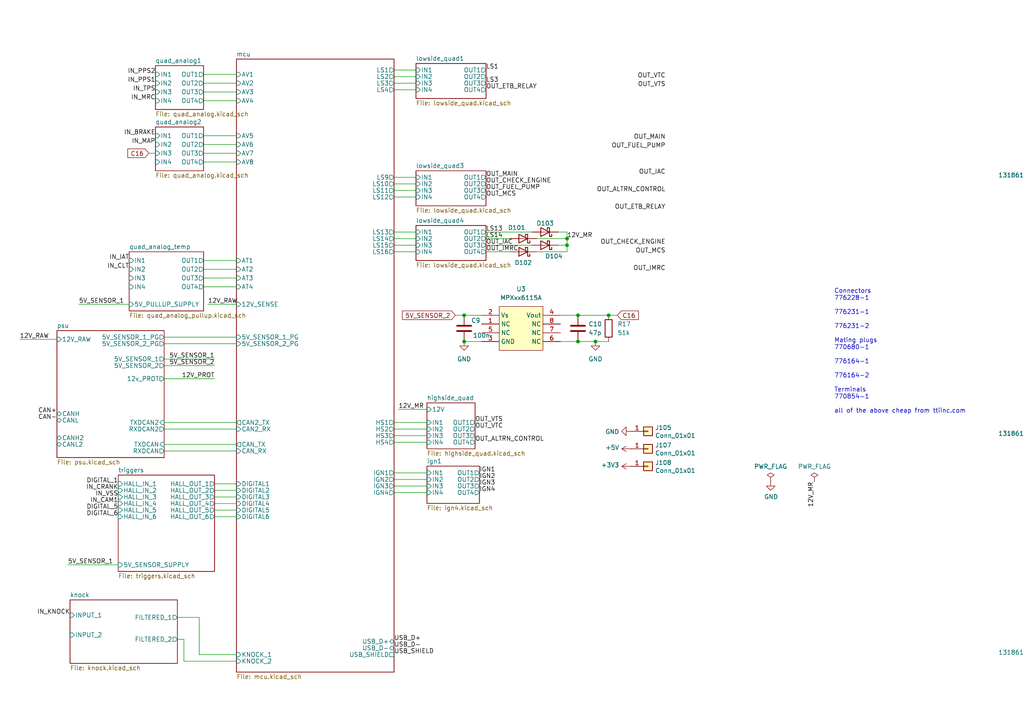
<source format=kicad_sch>
(kicad_sch (version 20250114) (generator "eeschema") (generator_version "9.0")
  (paper "A4")
  (title_block (title "rusEfi Proteus") (date "2022-04-09") (rev "v0.7") (company "rusEFI") (comment 1 "github.com/mck1117/proteus") (comment 2 "rusefi.com/s/proteus"))
  (lib_symbols
    (symbol "Connector_Generic:Conn_01x01" (pin_names (offset 1.016) (hide yes))
      (property "Reference" "J" (at 0 2.54 0))
      (property "Value" "Conn_01x01" (at 0 -2.54 0))
      (symbol "Conn_01x01_1_1"
        (rectangle (start -1.27 1.27) (end 1.27 -1.27) (stroke (width 0.254)) (fill (type background)))
        (rectangle (start -1.27 0.127) (end 0 -0.127) (stroke (width 0.1524)))
        (pin passive line (at -5.08 0 0) (length 3.81) (name "Pin_1") (number "1"))
      )
    )
    (symbol "Device:C" (pin_numbers (hide yes)) (pin_names (offset 0.254))
      (property "Reference" "C" (at 0.635 2.54 0))
      (property "Value" "C" (at 0.635 -2.54 0))
      (symbol "C_0_1"
        (polyline (pts (xy -2.032 0.762) (xy 2.032 0.762)) (stroke (width 0.508)))
        (polyline (pts (xy -2.032 -0.762) (xy 2.032 -0.762)) (stroke (width 0.508)))
      )
      (symbol "C_1_1"
        (pin passive line (at 0 3.81 270) (length 2.794) (name "~") (number "1"))
        (pin passive line (at 0 -3.81 90) (length 2.794) (name "~") (number "2"))
      )
    )
    (symbol "Device:D_Schottky" (pin_numbers (hide yes)) (pin_names (offset 1.016) (hide yes))
      (property "Reference" "D" (at 0 2.54 0))
      (property "Value" "D_Schottky" (at 0 -2.54 0))
      (symbol "D_Schottky_0_1"
        (polyline (pts (xy -1.905 0.635) (xy -1.905 1.27) (xy -1.27 1.27) (xy -1.27 -1.27) (xy -0.635 -1.27) (xy -0.635 -0.635)) (stroke (width 0.254)))
        (polyline (pts (xy 1.27 1.27) (xy 1.27 -1.27) (xy -1.27 0) (xy 1.27 1.27)) (stroke (width 0.254)))
        (polyline (pts (xy 1.27 0) (xy -1.27 0)))
      )
      (symbol "D_Schottky_1_1"
        (pin passive line (at -3.81 0 0) (length 2.54) (name "K") (number "1"))
        (pin passive line (at 3.81 0 180) (length 2.54) (name "A") (number "2"))
      )
    )
    (symbol "Device:R" (pin_numbers (hide yes)) (pin_names (offset 0))
      (property "Reference" "R" (at 2.032 0 90))
      (property "Value" "R" (at 0 0 90))
      (symbol "R_0_1"
        (rectangle (start -1.016 -2.54) (end 1.016 2.54) (stroke (width 0.254)))
      )
      (symbol "R_1_1"
        (pin passive line (at 0 3.81 270) (length 1.27) (name "~") (number "1"))
        (pin passive line (at 0 -3.81 90) (length 1.27) (name "~") (number "2"))
      )
    )
    (symbol "MPX_SOP_SSOP:MPXxx6115A"
      (property "Reference" "U" (at 1.27 1.27 0))
      (property "Value" "MPXxx6115A" (at 6.35 -13.97 0))
      (symbol "MPXxx6115A_0_1"
        (rectangle (start 0 0) (end 12.7 -12.7) (stroke (width 0.1524)) (fill (type background)))
      )
      (symbol "MPXxx6115A_1_1"
        (pin passive line (at -5.08 -2.54 0) (length 5.08) (name "Vs") (number "2"))
        (pin passive line (at -5.08 -5.08 0) (length 5.08) (name "NC") (number "1"))
        (pin passive line (at -5.08 -7.62 0) (length 5.08) (name "NC") (number "5"))
        (pin passive line (at -5.08 -10.16 0) (length 5.08) (name "GND") (number "3"))
        (pin passive line (at 17.78 -2.54 180) (length 5.08) (name "Vout") (number "4"))
        (pin passive line (at 17.78 -5.08 180) (length 5.08) (name "NC") (number "8"))
        (pin passive line (at 17.78 -7.62 180) (length 5.08) (name "NC") (number "7"))
        (pin passive line (at 17.78 -10.16 180) (length 5.08) (name "NC") (number "6"))
      )
    )
    (symbol "TE_1318612-1:1318612-1" (pin_numbers (hide yes))
      (property "Reference" "J" (at 1.27 1.27 0))
      (property "Value" "1318612-1" (at 10.16 1.27 0))
      (symbol "1318612-1_1_1"
        (rectangle (start 0 0) (end 17.78 -81.28) (stroke (width 0.1524)))
        (pin passive line (at -2.54 -2.54 0) (length 2.54) (name "A1") (number "A1"))
        (pin passive line (at -2.54 -5.08 0) (length 2.54) (name "A2") (number "A2"))
        (pin passive line (at -2.54 -7.62 0) (length 2.54) (name "A3") (number "A3"))
        (pin passive line (at -2.54 -10.16 0) (length 2.54) (name "A4") (number "A4"))
        (pin passive line (at -2.54 -12.7 0) (length 2.54) (name "A5") (number "A5"))
        (pin passive line (at -2.54 -15.24 0) (length 2.54) (name "A6") (number "A6"))
        (pin passive line (at -2.54 -17.78 0) (length 2.54) (name "A7") (number "A7"))
        (pin passive line (at -2.54 -20.32 0) (length 2.54) (name "A8") (number "A8"))
        (pin passive line (at -2.54 -22.86 0) (length 2.54) (name "A9") (number "A9"))
        (pin passive line (at -2.54 -25.4 0) (length 2.54) (name "A10") (number "A10"))
        (pin passive line (at -2.54 -27.94 0) (length 2.54) (name "A11") (number "A11"))
        (pin passive line (at -2.54 -30.48 0) (length 2.54) (name "A12") (number "A12"))
        (pin passive line (at -2.54 -33.02 0) (length 2.54) (name "A13") (number "A13"))
        (pin passive line (at -2.54 -35.56 0) (length 2.54) (name "A14") (number "A14"))
        (pin passive line (at -2.54 -38.1 0) (length 2.54) (name "A15") (number "A15"))
        (pin passive line (at -2.54 -40.64 0) (length 2.54) (name "A16") (number "A16"))
        (pin passive line (at -2.54 -43.18 0) (length 2.54) (name "A17") (number "A17"))
        (pin passive line (at -2.54 -45.72 0) (length 2.54) (name "A18") (number "A18"))
        (pin passive line (at -2.54 -48.26 0) (length 2.54) (name "A19") (number "A19"))
        (pin passive line (at -2.54 -50.8 0) (length 2.54) (name "A20") (number "A20"))
        (pin passive line (at -2.54 -53.34 0) (length 2.54) (name "A21") (number "A21"))
        (pin passive line (at -2.54 -55.88 0) (length 2.54) (name "A22") (number "A22"))
        (pin passive line (at -2.54 -58.42 0) (length 2.54) (name "A23") (number "A23"))
        (pin passive line (at -2.54 -60.96 0) (length 2.54) (name "A24") (number "A24"))
        (pin passive line (at -2.54 -63.5 0) (length 2.54) (name "A25") (number "A25"))
        (pin passive line (at -2.54 -66.04 0) (length 2.54) (name "A26") (number "A26"))
        (pin passive line (at -2.54 -68.58 0) (length 2.54) (name "A27") (number "A27"))
        (pin passive line (at -2.54 -71.12 0) (length 2.54) (name "A28") (number "A28"))
        (pin passive line (at -2.54 -73.66 0) (length 2.54) (name "A29") (number "A29"))
        (pin passive line (at -2.54 -76.2 0) (length 2.54) (name "A30") (number "A30"))
        (pin passive line (at -2.54 -78.74 0) (length 2.54) (name "A31") (number "A31"))
      )
      (symbol "1318612-1_2_1"
        (rectangle (start 0 0) (end 17.78 -63.5) (stroke (width 0.1524)))
        (pin passive line (at -2.54 -2.54 0) (length 2.54) (name "B1") (number "B1"))
        (pin passive line (at -2.54 -5.08 0) (length 2.54) (name "B2") (number "B2"))
        (pin passive line (at -2.54 -7.62 0) (length 2.54) (name "B3") (number "B3"))
        (pin passive line (at -2.54 -10.16 0) (length 2.54) (name "B4") (number "B4"))
        (pin passive line (at -2.54 -12.7 0) (length 2.54) (name "B5") (number "B5"))
        (pin passive line (at -2.54 -15.24 0) (length 2.54) (name "B6") (number "B6"))
        (pin passive line (at -2.54 -17.78 0) (length 2.54) (name "B7") (number "B7"))
        (pin passive line (at -2.54 -20.32 0) (length 2.54) (name "B8") (number "B8"))
        (pin passive line (at -2.54 -22.86 0) (length 2.54) (name "B9") (number "B9"))
        (pin passive line (at -2.54 -25.4 0) (length 2.54) (name "B10") (number "B10"))
        (pin passive line (at -2.54 -27.94 0) (length 2.54) (name "B11") (number "B11"))
        (pin passive line (at -2.54 -30.48 0) (length 2.54) (name "B12") (number "B12"))
        (pin passive line (at -2.54 -33.02 0) (length 2.54) (name "B13") (number "B13"))
        (pin passive line (at -2.54 -35.56 0) (length 2.54) (name "B14") (number "B14"))
        (pin passive line (at -2.54 -38.1 0) (length 2.54) (name "B15") (number "B15"))
        (pin passive line (at -2.54 -40.64 0) (length 2.54) (name "B16") (number "B16"))
        (pin passive line (at -2.54 -43.18 0) (length 2.54) (name "B17") (number "B17"))
        (pin passive line (at -2.54 -45.72 0) (length 2.54) (name "B18") (number "B18"))
        (pin passive line (at -2.54 -48.26 0) (length 2.54) (name "B19") (number "B19"))
        (pin passive line (at -2.54 -50.8 0) (length 2.54) (name "B20") (number "B20"))
        (pin passive line (at -2.54 -53.34 0) (length 2.54) (name "B21") (number "B21"))
        (pin passive line (at -2.54 -55.88 0) (length 2.54) (name "B22") (number "B22"))
        (pin passive line (at -2.54 -58.42 0) (length 2.54) (name "B23") (number "B23"))
        (pin passive line (at -2.54 -60.96 0) (length 2.54) (name "B24") (number "B24"))
      )
      (symbol "1318612-1_3_1"
        (rectangle (start 0 0) (end 17.78 -58.42) (stroke (width 0.1524)))
        (pin passive line (at -2.54 -2.54 0) (length 2.54) (name "C1") (number "C1"))
        (pin passive line (at -2.54 -5.08 0) (length 2.54) (name "C2") (number "C2"))
        (pin passive line (at -2.54 -7.62 0) (length 2.54) (name "C3") (number "C3"))
        (pin passive line (at -2.54 -10.16 0) (length 2.54) (name "C4") (number "C4"))
        (pin passive line (at -2.54 -12.7 0) (length 2.54) (name "C5") (number "C5"))
        (pin passive line (at -2.54 -15.24 0) (length 2.54) (name "C6") (number "C6"))
        (pin passive line (at -2.54 -17.78 0) (length 2.54) (name "C7") (number "C7"))
        (pin passive line (at -2.54 -20.32 0) (length 2.54) (name "C8") (number "C8"))
        (pin passive line (at -2.54 -22.86 0) (length 2.54) (name "C9") (number "C9"))
        (pin passive line (at -2.54 -25.4 0) (length 2.54) (name "C10") (number "C10"))
        (pin passive line (at -2.54 -27.94 0) (length 2.54) (name "C11") (number "C11"))
        (pin passive line (at -2.54 -30.48 0) (length 2.54) (name "C12") (number "C12"))
        (pin passive line (at -2.54 -33.02 0) (length 2.54) (name "C13") (number "C13"))
        (pin passive line (at -2.54 -35.56 0) (length 2.54) (name "C14") (number "C14"))
        (pin passive line (at -2.54 -38.1 0) (length 2.54) (name "C15") (number "C15"))
        (pin passive line (at -2.54 -40.64 0) (length 2.54) (name "C16") (number "C16"))
        (pin passive line (at -2.54 -43.18 0) (length 2.54) (name "C17") (number "C17"))
        (pin passive line (at -2.54 -45.72 0) (length 2.54) (name "C18") (number "C18"))
        (pin passive line (at -2.54 -48.26 0) (length 2.54) (name "C19") (number "C19"))
        (pin passive line (at -2.54 -50.8 0) (length 2.54) (name "C20") (number "C20"))
        (pin passive line (at -2.54 -53.34 0) (length 2.54) (name "C21") (number "C21"))
        (pin passive line (at -2.54 -55.88 0) (length 2.54) (name "C22") (number "C22"))
      )
      (symbol "1318612-1_4_1"
        (rectangle (start 0 0) (end 17.78 -45.72) (stroke (width 0.1524)))
        (pin passive line (at -2.54 -2.54 0) (length 2.54) (name "D1") (number "D1"))
        (pin passive line (at -2.54 -5.08 0) (length 2.54) (name "D2") (number "D2"))
        (pin passive line (at -2.54 -7.62 0) (length 2.54) (name "D3") (number "D3"))
        (pin passive line (at -2.54 -10.16 0) (length 2.54) (name "D4") (number "D4"))
        (pin passive line (at -2.54 -12.7 0) (length 2.54) (name "D5") (number "D5"))
        (pin passive line (at -2.54 -15.24 0) (length 2.54) (name "D6") (number "D6"))
        (pin passive line (at -2.54 -17.78 0) (length 2.54) (name "D7") (number "D7"))
        (pin passive line (at -2.54 -20.32 0) (length 2.54) (name "D8") (number "D8"))
        (pin passive line (at -2.54 -22.86 0) (length 2.54) (name "D9") (number "D9"))
        (pin passive line (at -2.54 -25.4 0) (length 2.54) (name "D10") (number "D10"))
        (pin passive line (at -2.54 -27.94 0) (length 2.54) (name "D11") (number "D11"))
        (pin passive line (at -2.54 -30.48 0) (length 2.54) (name "D12") (number "D12"))
        (pin passive line (at -2.54 -33.02 0) (length 2.54) (name "D13") (number "D13"))
        (pin passive line (at -2.54 -35.56 0) (length 2.54) (name "D14") (number "D14"))
        (pin passive line (at -2.54 -38.1 0) (length 2.54) (name "D15") (number "D15"))
        (pin passive line (at -2.54 -40.64 0) (length 2.54) (name "D16") (number "D16"))
        (pin passive line (at -2.54 -43.18 0) (length 2.54) (name "D17") (number "D17"))
      )
      (symbol "1318612-1_5_1"
        (rectangle (start 0 0) (end 17.78 -81.28) (stroke (width 0.1524)))
        (pin passive line (at -2.54 -2.54 0) (length 2.54) (name "E1") (number "E1"))
        (pin passive line (at -2.54 -5.08 0) (length 2.54) (name "E2") (number "E2"))
        (pin passive line (at -2.54 -7.62 0) (length 2.54) (name "E3") (number "E3"))
        (pin passive line (at -2.54 -10.16 0) (length 2.54) (name "E4") (number "E4"))
        (pin passive line (at -2.54 -12.7 0) (length 2.54) (name "E5") (number "E5"))
        (pin passive line (at -2.54 -15.24 0) (length 2.54) (name "E6") (number "E6"))
        (pin passive line (at -2.54 -17.78 0) (length 2.54) (name "E7") (number "E7"))
        (pin passive line (at -2.54 -20.32 0) (length 2.54) (name "E8") (number "E8"))
        (pin passive line (at -2.54 -22.86 0) (length 2.54) (name "E9") (number "E9"))
        (pin passive line (at -2.54 -25.4 0) (length 2.54) (name "E10") (number "E10"))
        (pin passive line (at -2.54 -27.94 0) (length 2.54) (name "E11") (number "E11"))
        (pin passive line (at -2.54 -30.48 0) (length 2.54) (name "E12") (number "E12"))
        (pin passive line (at -2.54 -33.02 0) (length 2.54) (name "E13") (number "E13"))
        (pin passive line (at -2.54 -35.56 0) (length 2.54) (name "E14") (number "E14"))
        (pin passive line (at -2.54 -38.1 0) (length 2.54) (name "E15") (number "E15"))
        (pin passive line (at -2.54 -40.64 0) (length 2.54) (name "E16") (number "E16"))
        (pin passive line (at -2.54 -43.18 0) (length 2.54) (name "E17") (number "E17"))
        (pin passive line (at -2.54 -45.72 0) (length 2.54) (name "E18") (number "E18"))
        (pin passive line (at -2.54 -48.26 0) (length 2.54) (name "E19") (number "E19"))
        (pin passive line (at -2.54 -50.8 0) (length 2.54) (name "E20") (number "E20"))
        (pin passive line (at -2.54 -53.34 0) (length 2.54) (name "E21") (number "E21"))
        (pin passive line (at -2.54 -55.88 0) (length 2.54) (name "E22") (number "E22"))
        (pin passive line (at -2.54 -58.42 0) (length 2.54) (name "E23") (number "E23"))
        (pin passive line (at -2.54 -60.96 0) (length 2.54) (name "E24") (number "E24"))
        (pin passive line (at -2.54 -63.5 0) (length 2.54) (name "E25") (number "E25"))
        (pin passive line (at -2.54 -66.04 0) (length 2.54) (name "E26") (number "E26"))
        (pin passive line (at -2.54 -68.58 0) (length 2.54) (name "E27") (number "E27"))
        (pin passive line (at -2.54 -71.12 0) (length 2.54) (name "E28") (number "E28"))
        (pin passive line (at -2.54 -73.66 0) (length 2.54) (name "E29") (number "E29"))
        (pin passive line (at -2.54 -76.2 0) (length 2.54) (name "E30") (number "E30"))
        (pin passive line (at -2.54 -78.74 0) (length 2.54) (name "E31") (number "E31"))
      )
    )
    (symbol "hellen-one-common:Fuse-Pad-Pad" (pin_numbers (hide yes)) (pin_names (offset 0.762) (hide yes))
      (property "Reference" "F" (at 0 2.54 0))
      (symbol "Fuse-Pad-Pad_0_1"
        (circle (center -2.54 0) (radius 0.762))
        (arc (start 0 0) (mid -0.635 -0.4563) (end -1.27 0) (stroke (width 0.0006)))
        (arc (start 0 0) (mid 0.635 0.398) (end 1.27 0) (stroke (width 0.0006)))
        (circle (center 2.54 0) (radius 0.762))
        (pin passive line (at -5.08 0 0) (length 2.54) (name "1") (number "1"))
        (pin passive line (at 5.08 0 180) (length 2.54) (name "2") (number "2"))
      )
      (symbol "Fuse-Pad-Pad_1_0"
        (rectangle (start -2.54 -1.27) (end 2.54 1.27) (stroke (width 0.254)) (fill (type background)))
      )
    )
    (symbol "hellen-one-common:Jumper-Pad-Pad" (pin_numbers (hide yes)) (pin_names (offset 0.762) (hide yes))
      (property "Reference" "R" (at 0 2.54 0))
      (symbol "Jumper-Pad-Pad_0_1"
        (circle (center -2.54 0) (radius 0.762))
        (circle (center 2.54 0) (radius 0.762))
        (pin passive line (at -5.08 0 0) (length 2.54) (name "1") (number "1"))
        (pin passive line (at 5.08 0 180) (length 2.54) (name "2") (number "2"))
      )
      (symbol "Jumper-Pad-Pad_1_0"
        (rectangle (start -2.54 -1.27) (end 2.54 1.27) (stroke (width 0.254)) (fill (type background)))
      )
    )
    (symbol "hellen-one-common:Pad" (pin_numbers (hide yes)) (pin_names (offset 1.016) (hide yes))
      (property "Reference" "P" (at 2.54 0 0))
      (symbol "Pad_1_1"
        (rectangle (start -1.27 1.27) (end 1.27 -1.27) (stroke (width 0.254)) (fill (type background)))
        (rectangle (start -1.27 0.127) (end 0 -0.127) (stroke (width 0.1524)))
        (pin passive line (at -5.08 0 0) (length 3.81) (name "Pin_1") (number "1"))
      )
    )
    (symbol "power:GND" (power) (pin_numbers (hide yes)) (pin_names (offset 0) (hide yes))
      (property "Value" "GND" (at 0 -3.81 0))
      (symbol "GND_0_1"
        (polyline (pts (xy 0 0) (xy 0 -1.27) (xy 1.27 -1.27) (xy 0 -2.54) (xy -1.27 -1.27) (xy 0 -1.27)))
      )
      (symbol "GND_1_1"
        (pin power_in line (at 0 0 270) (length 0) (name "~") (number "1"))
      )
    )
    (symbol "proteus-rescue:+3.3V-power" (power) (pin_names (offset 0))
      (property "Value" "power_+3.3V" (at 0 3.556 0))
      (symbol "+3.3V-power_0_1"
        (polyline (pts (xy -0.762 1.27) (xy 0 2.54)))
        (polyline (pts (xy 0 2.54) (xy 0.762 1.27)))
        (polyline (pts (xy 0 0) (xy 0 2.54)))
      )
      (symbol "+3.3V-power_1_1"
        (pin power_in line (at 0 0 90) (length 0) (hide yes) (name "+3V3") (number "1"))
      )
    )
    (symbol "proteus-rescue:+5V-power" (power) (pin_names (offset 0))
      (property "Value" "power_+5V" (at 0 3.556 0))
      (symbol "+5V-power_0_1"
        (polyline (pts (xy -0.762 1.27) (xy 0 2.54)))
        (polyline (pts (xy 0 2.54) (xy 0.762 1.27)))
        (polyline (pts (xy 0 0) (xy 0 2.54)))
      )
      (symbol "+5V-power_1_1"
        (pin power_in line (at 0 0 90) (length 0) (hide yes) (name "+5V") (number "1"))
      )
    )
    (symbol "proteus-rescue:GND-power" (power) (pin_names (offset 0))
      (property "Value" "power_GND" (at 0 -3.81 0))
      (symbol "GND-power_0_1"
        (polyline (pts (xy 0 0) (xy 0 -1.27) (xy 1.27 -1.27) (xy 0 -2.54) (xy -1.27 -1.27) (xy 0 -1.27)))
      )
      (symbol "GND-power_1_1"
        (pin power_in line (at 0 0 270) (length 0) (hide yes) (name "GND") (number "1"))
      )
    )
    (symbol "proteus-rescue:PWR_FLAG-power" (power) (pin_numbers (hide yes)) (pin_names (offset 0) (hide yes))
      (property "Value" "power_PWR_FLAG" (at 0 3.81 0))
      (symbol "PWR_FLAG-power_0_0"
        (pin power_out line (at 0 0 90) (length 0) (name "pwr") (number "1"))
      )
      (symbol "PWR_FLAG-power_0_1"
        (polyline (pts (xy 0 0) (xy 0 1.27) (xy -1.016 1.905) (xy 0 2.54) (xy 1.016 1.905) (xy 0 1.27)))
      )
    )
  )
  (text "Connectors\n776228-1\n\n776231-1\n\n776231-2\n\nMating plugs\n770680-1\n\n776164-1\n\n776164-2\n\nTerminals\n770854-1\n\nall of the above cheap from ttiinc.com" (at 241.935 120.015 0) (effects (font (size 1.27 1.27)) (justify left bottom)))
  (junction (at 134.62 99.06))
  (junction (at 164.465 71.12))
  (junction (at 172.72 99.06))
  (junction (at 176.53 91.44))
  (junction (at 167.64 91.44))
  (junction (at 167.64 99.06))
  (junction (at 164.465 69.215))
  (junction (at 134.62 91.44))
  (wire (pts (xy 114.3 71.12) (xy 120.65 71.12)))
  (wire (pts (xy 53.34 191.77) (xy 68.58 191.77)))
  (wire (pts (xy 322.58 130.81) (xy 356.87 130.81)))
  (wire (pts (xy 322.58 135.89) (xy 356.87 135.89)))
  (wire (pts (xy 388.62 102.87) (xy 422.91 102.87)))
  (wire (pts (xy 120.65 26.035) (xy 114.3 26.035)))
  (wire (pts (xy 120.65 73.025) (xy 114.3 73.025)))
  (wire (pts (xy 114.3 137.16) (xy 123.825 137.16)))
  (wire (pts (xy 68.58 24.13) (xy 59.055 24.13)))
  (wire (pts (xy 68.58 41.91) (xy 59.055 41.91)))
  (wire (pts (xy 43.18 44.45) (xy 45.085 44.45)))
  (wire (pts (xy 172.72 99.06) (xy 176.53 99.06)))
  (wire (pts (xy 123.825 122.555) (xy 114.3 122.555)))
  (wire (pts (xy 322.58 148.59) (xy 356.87 148.59)))
  (wire (pts (xy 388.62 168.91) (xy 422.91 168.91)))
  (wire (pts (xy 332.74 125.73) (xy 356.87 125.73)))
  (wire (pts (xy 322.58 41.91) (xy 356.87 41.91)))
  (wire (pts (xy 51.435 185.42) (xy 53.34 185.42)))
  (wire (pts (xy 322.58 107.95) (xy 356.87 107.95)))
  (wire (pts (xy 322.58 49.53) (xy 356.87 49.53)))
  (wire (pts (xy 134.62 99.06) (xy 139.7 99.06)))
  (wire (pts (xy 62.23 149.86) (xy 68.58 149.86)))
  (wire (pts (xy 19.685 163.83) (xy 34.29 163.83)))
  (wire (pts (xy 53.34 185.42) (xy 53.34 191.77)))
  (wire (pts (xy 164.465 73.025) (xy 164.465 71.12)))
  (wire (pts (xy 114.3 51.435) (xy 120.65 51.435)))
  (wire (pts (xy 47.625 122.555) (xy 68.58 122.555)))
  (wire (pts (xy 322.58 59.69) (xy 356.87 59.69)))
  (wire (pts (xy 356.87 57.15) (xy 322.58 57.15)))
  (wire (pts (xy 388.62 151.13) (xy 422.91 151.13)))
  (wire (pts (xy 51.435 179.07) (xy 57.785 179.07)))
  (wire (pts (xy 114.3 128.27) (xy 123.825 128.27)))
  (wire (pts (xy 322.58 74.93) (xy 356.87 74.93)))
  (wire (pts (xy 120.65 57.15) (xy 114.3 57.15)))
  (wire (pts (xy 114.3 139.065) (xy 123.825 139.065)))
  (wire (pts (xy 120.65 69.215) (xy 114.3 69.215)))
  (wire (pts (xy 322.58 44.45) (xy 356.87 44.45)))
  (wire (pts (xy 326.39 13.97) (xy 322.58 13.97)))
  (wire (pts (xy 155.575 73.025) (xy 164.465 73.025)))
  (wire (pts (xy 123.825 140.97) (xy 114.3 140.97)))
  (wire (pts (xy 62.23 140.335) (xy 68.58 140.335)))
  (wire (pts (xy 164.465 67.31) (xy 161.925 67.31)))
  (wire (pts (xy 22.86 88.265) (xy 37.465 88.265)))
  (wire (pts (xy 388.62 118.11) (xy 422.91 118.11)))
  (wire (pts (xy 59.055 75.565) (xy 68.58 75.565)))
  (wire (pts (xy 388.62 107.95) (xy 422.91 107.95)))
  (wire (pts (xy 322.58 95.25) (xy 356.87 95.25)))
  (wire (pts (xy 322.58 113.03) (xy 356.87 113.03)))
  (wire (pts (xy 322.58 36.83) (xy 356.87 36.83)))
  (wire (pts (xy 140.97 71.12) (xy 154.305 71.12)))
  (wire (pts (xy 356.87 24.13) (xy 322.58 24.13)))
  (wire (pts (xy 322.58 85.09) (xy 356.87 85.09)))
  (wire (pts (xy 356.87 16.51) (xy 336.55 16.51)))
  (wire (pts (xy 60.325 88.265) (xy 68.58 88.265)))
  (wire (pts (xy 326.39 16.51) (xy 322.58 16.51)))
  (wire (pts (xy 164.465 69.215) (xy 164.465 67.31)))
  (wire (pts (xy 179.07 91.44) (xy 176.53 91.44)))
  (wire (pts (xy 164.465 71.12) (xy 164.465 69.215)))
  (wire (pts (xy 164.465 69.215) (xy 155.575 69.215)))
  (wire (pts (xy 114.3 24.13) (xy 120.65 24.13)))
  (wire (pts (xy 68.58 83.185) (xy 59.055 83.185)))
  (wire (pts (xy 322.58 105.41) (xy 356.87 105.41)))
  (wire (pts (xy 47.625 128.905) (xy 68.58 128.905)))
  (wire (pts (xy 140.97 67.31) (xy 154.305 67.31)))
  (wire (pts (xy 167.64 91.44) (xy 176.53 91.44)))
  (wire (pts (xy 59.055 21.59) (xy 68.58 21.59)))
  (wire (pts (xy 120.65 22.225) (xy 114.3 22.225)))
  (wire (pts (xy 115.57 118.745) (xy 123.825 118.745)))
  (wire (pts (xy 388.62 80.01) (xy 422.91 80.01)))
  (wire (pts (xy 114.3 67.31) (xy 120.65 67.31)))
  (wire (pts (xy 322.58 11.43) (xy 356.87 11.43)))
  (wire (pts (xy 68.58 29.21) (xy 59.055 29.21)))
  (wire (pts (xy 47.625 109.855) (xy 62.23 109.855)))
  (wire (pts (xy 59.055 80.645) (xy 68.58 80.645)))
  (wire (pts (xy 134.62 91.44) (xy 139.7 91.44)))
  (wire (pts (xy 388.62 133.35) (xy 422.91 133.35)))
  (wire (pts (xy 123.825 126.365) (xy 114.3 126.365)))
  (wire (pts (xy 68.58 130.81) (xy 47.625 130.81)))
  (wire (pts (xy 322.58 120.65) (xy 356.87 120.65)))
  (wire (pts (xy 68.58 46.99) (xy 59.055 46.99)))
  (wire (pts (xy 388.62 146.05) (xy 422.91 146.05)))
  (wire (pts (xy 398.78 113.03) (xy 422.91 113.03)))
  (wire (pts (xy 322.58 102.87) (xy 356.87 102.87)))
  (wire (pts (xy 120.65 53.34) (xy 114.3 53.34)))
  (wire (pts (xy 59.055 44.45) (xy 68.58 44.45)))
  (wire (pts (xy 123.825 142.875) (xy 114.3 142.875)))
  (wire (pts (xy 322.58 97.79) (xy 356.87 97.79)))
  (wire (pts (xy 47.625 104.14) (xy 62.23 104.14)))
  (wire (pts (xy 114.3 124.46) (xy 123.825 124.46)))
  (wire (pts (xy 322.58 46.99) (xy 356.87 46.99)))
  (wire (pts (xy 147.955 73.025) (xy 140.97 73.025)))
  (wire (pts (xy 114.3 55.245) (xy 120.65 55.245)))
  (wire (pts (xy 114.3 20.32) (xy 120.65 20.32)))
  (wire (pts (xy 68.58 146.05) (xy 62.23 146.05)))
  (wire (pts (xy 322.58 82.55) (xy 356.87 82.55)))
  (wire (pts (xy 356.87 13.97) (xy 336.55 13.97)))
  (wire (pts (xy 47.625 124.46) (xy 68.58 124.46)))
  (wire (pts (xy 132.08 91.44) (xy 134.62 91.44)))
  (wire (pts (xy 322.58 26.67) (xy 356.87 26.67)))
  (wire (pts (xy 322.58 100.33) (xy 356.87 100.33)))
  (wire (pts (xy 62.23 144.145) (xy 68.58 144.145)))
  (wire (pts (xy 332.74 118.11) (xy 356.87 118.11)))
  (wire (pts (xy 62.23 147.955) (xy 68.58 147.955)))
  (wire (pts (xy 167.64 99.06) (xy 172.72 99.06)))
  (wire (pts (xy 332.74 39.37) (xy 356.87 39.37)))
  (wire (pts (xy 59.055 39.37) (xy 68.58 39.37)))
  (wire (pts (xy 5.715 98.425) (xy 16.51 98.425)))
  (wire (pts (xy 162.56 91.44) (xy 167.64 91.44)))
  (wire (pts (xy 161.925 71.12) (xy 164.465 71.12)))
  (wire (pts (xy 147.955 69.215) (xy 140.97 69.215)))
  (wire (pts (xy 68.58 142.24) (xy 62.23 142.24)))
  (wire (pts (xy 47.625 97.79) (xy 68.58 97.79)))
  (wire (pts (xy 62.23 106.045) (xy 47.625 106.045)))
  (wire (pts (xy 57.785 179.07) (xy 57.785 189.865)))
  (wire (pts (xy 57.785 189.865) (xy 68.58 189.865)))
  (wire (pts (xy 322.58 72.39) (xy 356.87 72.39)))
  (wire (pts (xy 47.625 99.695) (xy 68.58 99.695)))
  (wire (pts (xy 59.055 26.67) (xy 68.58 26.67)))
  (wire (pts (xy 356.87 62.23) (xy 322.58 62.23)))
  (wire (pts (xy 162.56 99.06) (xy 167.64 99.06)))
  (wire (pts (xy 322.58 54.61) (xy 356.87 54.61)))
  (wire (pts (xy 68.58 78.105) (xy 59.055 78.105)))
  (label "5V_SENSOR_1" (at 356.87 59.69 180))
  (label "OUT_MAIN" (at 422.91 107.95 180))
  (label "OUT_IGN1" (at 356.87 49.53 180))
  (label "IN_CLT" (at 356.87 113.03 180))
  (label "OUT_INJ3" (at 356.87 100.33 180))
  (label "IN_CRANK" (at 356.87 26.67 180))
  (label "IN_PPS1" (at 45.085 24.13 180))
  (label "IN_MAP" (at 45.085 41.91 180))
  (label "OUT_MCS" (at 356.87 130.81 180))
  (label "IN_PPS2" (at 356.87 72.39 180))
  (label "12V_MR" (at 364.49 95.25 0))
  (label "OUT_CHECK_ENGINE" (at 193.04 71.12 180))
  (label "OUT_INJ2" (at 356.87 102.87 180))
  (label "OUT_VTS" (at 356.87 107.95 180))
  (label "DIGITAL_5" (at 34.29 147.955 180))
  (label "OUT_INJ1" (at 356.87 105.41 180))
  (label "IN_CLT" (at 37.465 78.105 180))
  (label "12V_MR" (at 356.87 13.97 180))
  (label "OUT_INJ4" (at 356.87 97.79 180))
  (label "IN_VTPSW" (at 356.87 120.65 180))
  (label "5V_SENSOR_1" (at 62.23 104.14 180))
  (label "OUT_CHECK_ENGINE" (at 422.91 168.91 180))
  (label "IN_IAT" (at 356.87 135.89 180))
  (label "IN_VSS" (at 34.29 144.145 180))
  (label "OUT_IGN4" (at 356.87 41.91 180))
  (label "OUT_ETB_RELAY" (at 193.04 60.96 180))
  (label "DIGITAL_1" (at 34.29 140.335 180))
  (label "OUT_CHECK_ENGINE" (at 140.97 53.34 0))
  (label "OUT_VTS" (at 137.795 122.555 0))
  (label "CAN_L" (at 422.91 151.13 180))
  (label "USB_D-" (at 114.3 187.96 0))
  (label "IN_TPS" (at 356.87 82.55 180))
  (label "OUT_VTC" (at 356.87 95.25 180))
  (label "IN_PPS2" (at 45.085 21.59 180))
  (label "5V_SENSOR_1" (at 19.685 163.83 0))
  (label "5V_SENSOR_1" (at 22.86 88.265 0))
  (label "IN_CAM1" (at 356.87 57.15 180))
  (label "IN_BRAKE" (at 45.085 39.37 180))
  (label "LS13" (at 140.97 67.31 0))
  (label "USB_D+" (at 114.3 186.055 0))
  (label "12V_MR" (at 364.49 130.81 0))
  (label "12V_MR" (at 356.87 16.51 180))
  (label "OUT_MCS" (at 140.97 57.15 0))
  (label "OUT_VTC" (at 137.795 124.46 0))
  (label "OUT_VTC" (at 193.04 22.86 180))
  (label "OUT_MAIN" (at 193.04 40.64 180))
  (label "OUT_MCS" (at 193.04 73.66 180))
  (label "IN_IAT" (at 37.465 75.565 180))
  (label "IGN1" (at 139.065 137.16 0))
  (label "CAN-" (at 16.51 121.92 180))
  (label "OUT_IMRC" (at 140.97 73.025 0))
  (label "IN_PPS1" (at 356.87 74.93 180))
  (label "5V_SENSOR_2" (at 62.23 106.045 180))
  (label "OUT_MAIN" (at 140.97 51.435 0))
  (label "IGN4" (at 139.065 142.875 0))
  (label "IN_TPS" (at 45.085 26.67 180))
  (label "IN_MRC" (at 45.085 29.21 180))
  (label "OUT_FUEL_PUMP" (at 140.97 55.245 0))
  (label "IGN2" (at 139.065 139.065 0))
  (label "OUT_ALTRN_CONTROL" (at 356.87 125.73 180))
  (label "5V_SENSOR_1" (at 422.91 102.87 180))
  (label "OUT_CHARGING_LIGHT" (at 356.87 118.11 180))
  (label "IN_VSS" (at 356.87 54.61 180))
  (label "OUT_IAC" (at 193.04 50.8 180))
  (label "IN_CAM2" (at 356.87 24.13 180))
  (label "OUT_IAC" (at 356.87 39.37 180))
  (label "12V_RAW" (at 60.325 88.265 0))
  (label "OUT_FUEL_PUMP" (at 193.04 43.18 180))
  (label "IGN3" (at 139.065 140.97 0))
  (label "IN_CAM1" (at 34.29 146.05 180))
  (label "USB_SHIELD" (at 114.3 189.865 0))
  (label "OUT_IAC" (at 140.97 71.12 0))
  (label "IN_CRANK" (at 34.29 142.24 180))
  (label "OUT_IMRC" (at 193.04 78.74 180))
  (label "IN_KNOCK" (at 20.32 178.435 180))
  (label "LS3" (at 140.97 24.13 0))
  (label "OUT_IGN2" (at 356.87 46.99 180))
  (label "OUT_IGN3" (at 356.87 44.45 180))
  (label "IN_MAP" (at 356.87 85.09 180))
  (label "12V_MR" (at 115.57 118.745 0))
  (label "IN_MRC" (at 356.87 148.59 180))
  (label "LS1" (at 140.97 20.32 0))
  (label "12V_MR" (at 364.49 107.95 0))
  (label "OUT_ETB_RELAY" (at 140.97 26.035 0))
  (label "IN_VIGN" (at 422.91 113.03 180))
  (label "OUT_ALTRN_CONTROL" (at 137.795 128.27 0))
  (label "12V_RAW" (at 5.715 98.425 0))
  (label "CAN_H" (at 422.91 118.11 180))
  (label "OUT_ETB_RELAY" (at 422.91 80.01 180))
  (label "DIGITAL_6" (at 34.29 149.86 180))
  (label "12V_PROT" (at 62.23 109.855 180))
  (label "IN_KNOCK" (at 356.87 11.43 180))
  (label "12V_MR" (at 236.22 139.7 270))
  (label "IN_BRAKE" (at 422.91 146.05 180))
  (label "OUT_VTS" (at 193.04 25.4 180))
  (label "5V_SENSOR_1" (at 356.87 62.23 180))
  (label "OUT_ALTRN_CONTROL" (at 193.04 55.88 180))
  (label "CAN+" (at 16.51 120.015 180))
  (label "OUT_IMRC" (at 356.87 36.83 180))
  (label "LS14" (at 140.97 69.215 0))
  (label "OUT_FUEL_PUMP" (at 422.91 133.35 180))
  (label "12V_MR" (at 164.465 69.215 0))
  (global_label "C16" (shape input) (at 43.18 44.45 180) (property "Intersheetrefs" "${INTERSHEET_REFS}" (effects (hide yes))))
  (global_label "5V_SENSOR_2" (shape input) (at 132.08 91.44 180) (property "Intersheetrefs" "${INTERSHEET_REFS}" (effects (hide yes))))
  (global_label "C16" (shape input) (at 179.07 91.44 0) (property "Intersheetrefs" "${INTERSHEET_REFS}" (effects (hide yes))))
  (symbol (lib_id "Connector_Generic:Conn_01x01") (at 187.96 125.095 0) (unit 1)
    (property "Reference" "J105" (at 189.992 124.0282 0) (effects (justify left)))
    (property "Value" "Conn_01x01" (at 189.992 126.3396 0) (effects (justify left)))
    (property "Footprint" "TestPoint:TestPoint_Pad_D3.0mm" (effects (hide yes)))
    (property "LCSC" "N/A" (effects (hide yes)))
  )
  (symbol (lib_id "Connector_Generic:Conn_01x01") (at 187.96 130.175 0) (unit 1)
    (property "Reference" "J107" (at 189.992 129.1082 0) (effects (justify left)))
    (property "Value" "Conn_01x01" (at 189.992 131.4196 0) (effects (justify left)))
    (property "Footprint" "TestPoint:TestPoint_Pad_D3.0mm" (effects (hide yes)))
    (property "LCSC" "N/A" (effects (hide yes)))
  )
  (symbol (lib_id "Connector_Generic:Conn_01x01") (at 187.96 135.255 0) (unit 1)
    (property "Reference" "J108" (at 189.992 134.1882 0) (effects (justify left)))
    (property "Value" "Conn_01x01" (at 189.992 136.4996 0) (effects (justify left)))
    (property "Footprint" "TestPoint:TestPoint_Pad_D3.0mm" (effects (hide yes)))
    (property "LCSC" "N/A" (effects (hide yes)))
  )
  (symbol (lib_id "proteus-rescue:GND-power") (at 182.88 125.095 270) (unit 1)
    (property "Reference" "#PWR0248" (effects (hide yes)))
    (property "Value" "GND" (at 179.6288 125.222 90) (effects (justify right)))
  )
  (symbol (lib_id "proteus-rescue:+3.3V-power") (at 182.88 135.255 90) (unit 1)
    (property "Reference" "#PWR0249" (effects (hide yes)))
    (property "Value" "+3V3" (at 179.6288 134.874 90) (effects (justify left)))
  )
  (symbol (lib_id "proteus-rescue:+5V-power") (at 182.88 130.175 90) (unit 1)
    (property "Reference" "#PWR0250" (effects (hide yes)))
    (property "Value" "+5V" (at 179.6288 129.794 90) (effects (justify left)))
  )
  (symbol (lib_id "proteus-rescue:PWR_FLAG-power") (at 236.22 139.7 0) (unit 1)
    (property "Reference" "#FLG0108" (effects (hide yes)))
    (property "Value" "PWR_FLAG" (at 236.22 135.3058 0))
  )
  (symbol (lib_id "proteus-rescue:GND-power") (at 223.52 139.7 0) (unit 1)
    (property "Reference" "#PWR0217" (effects (hide yes)))
    (property "Value" "GND" (at 223.647 144.0942 0))
  )
  (symbol (lib_id "proteus-rescue:PWR_FLAG-power") (at 223.52 139.7 0) (unit 1)
    (property "Reference" "#FLG0103" (effects (hide yes)))
    (property "Value" "PWR_FLAG" (at 223.52 135.3058 0))
  )
  (symbol (lib_id "Device:D_Schottky") (at 151.765 73.025 180) (unit 1)
    (property "Reference" "D102" (at 151.765 76.2 0))
    (property "Value" "D_Schottky" (effects (hide yes)))
    (property "Footprint" "Diode_SMD:D_SMA" (effects (hide yes)))
    (property "LCSC" "C8678" (effects (hide yes)))
    (property "LCSC_ext" "0" (effects (hide yes)))
  )
  (symbol (lib_id "Device:D_Schottky") (at 158.115 71.12 180) (unit 1)
    (property "Reference" "D104" (at 160.655 74.295 0))
    (property "Value" "D_Schottky" (effects (hide yes)))
    (property "Footprint" "Diode_SMD:D_SMA" (effects (hide yes)))
    (property "LCSC" "C8678" (effects (hide yes)))
    (property "LCSC_ext" "0" (effects (hide yes)))
  )
  (symbol (lib_id "Device:D_Schottky") (at 151.765 69.215 180) (unit 1)
    (property "Reference" "D101" (at 149.86 66.04 0))
    (property "Value" "D_Schottky" (effects (hide yes)))
    (property "Footprint" "Diode_SMD:D_SMA" (effects (hide yes)))
    (property "LCSC" "C8678" (effects (hide yes)))
    (property "LCSC_ext" "0" (effects (hide yes)))
  )
  (symbol (lib_id "Device:D_Schottky") (at 158.115 67.31 180) (unit 1)
    (property "Reference" "D103" (at 158.115 64.77 0))
    (property "Value" "D_Schottky" (effects (hide yes)))
    (property "Footprint" "Diode_SMD:D_SMA" (effects (hide yes)))
    (property "LCSC" "C8678" (effects (hide yes)))
    (property "LCSC_ext" "0" (effects (hide yes)))
  )
  (symbol (lib_id "hellen-one-common:Pad") (at 393.7 156.21 0) (unit 1)
    (property "Reference" "P52" (at 395.7321 156.689 0) (effects (justify left)))
    (property "Value" "Pad" (effects (hide yes)))
    (property "Footprint" "hellen-one-common:PAD-TH" (effects (hide yes)))
  )
  (symbol (lib_id "hellen-one-common:Pad") (at 393.7 166.37 0) (unit 1)
    (property "Reference" "P55" (at 395.7321 166.849 0) (effects (justify left)))
    (property "Value" "Pad" (effects (hide yes)))
    (property "Footprint" "hellen-one-common:PAD-TH" (effects (hide yes)))
  )
  (symbol (lib_id "hellen-one-common:Pad") (at 327.66 140.97 0) (unit 1)
    (property "Reference" "P7" (at 329.6921 141.449 0) (effects (justify left)))
    (property "Value" "Pad" (effects (hide yes)))
    (property "Footprint" "hellen-one-common:PAD-TH" (effects (hide yes)))
  )
  (symbol (lib_id "hellen-one-common:Pad") (at 393.7 143.51 0) (unit 1)
    (property "Reference" "P49" (at 395.7321 143.989 0) (effects (justify left)))
    (property "Value" "Pad" (effects (hide yes)))
    (property "Footprint" "hellen-one-common:PAD-TH" (effects (hide yes)))
  )
  (symbol (lib_id "hellen-one-common:Pad") (at 393.7 148.59 0) (unit 1)
    (property "Reference" "P50" (at 395.7321 149.069 0) (effects (justify left)))
    (property "Value" "Pad" (effects (hide yes)))
    (property "Footprint" "hellen-one-common:PAD-TH" (effects (hide yes)))
  )
  (symbol (lib_id "power:GND") (at 172.72 99.06 0) (unit 1)
    (property "Reference" "#PWR07" (effects (hide yes)))
    (property "Value" "GND" (at 172.72 104.14 0))
    (property "Description" "Power symbol creates a global label with name \"GND\" , ground" (effects (hide yes)))
  )
  (symbol (lib_id "hellen-one-common:Pad") (at 393.7 120.65 0) (unit 1)
    (property "Reference" "P43" (at 395.7321 121.129 0) (effects (justify left)))
    (property "Value" "Pad" (effects (hide yes)))
    (property "Footprint" "hellen-one-common:PAD-TH" (effects (hide yes)))
  )
  (symbol (lib_id "hellen-one-common:Pad") (at 393.7 95.25 0) (unit 1)
    (property "Reference" "P41" (at 395.7321 95.729 0) (effects (justify left)))
    (property "Value" "Pad" (effects (hide yes)))
    (property "Footprint" "hellen-one-common:PAD-TH" (effects (hide yes)))
  )
  (symbol (lib_id "hellen-one-common:Pad") (at 393.7 135.89 0) (unit 1)
    (property "Reference" "P47" (at 395.7321 136.369 0) (effects (justify left)))
    (property "Value" "Pad" (effects (hide yes)))
    (property "Footprint" "hellen-one-common:PAD-TH" (effects (hide yes)))
  )
  (symbol (lib_id "hellen-one-common:Pad") (at 327.66 80.01 0) (unit 1)
    (property "Reference" "P2" (at 329.6921 80.489 0) (effects (justify left)))
    (property "Value" "Pad" (effects (hide yes)))
    (property "Footprint" "hellen-one-common:PAD-TH" (effects (hide yes)))
  )
  (symbol (lib_id "hellen-one-common:Pad") (at 393.7 110.49 0) (unit 1)
    (property "Reference" "P90" (at 395.7321 110.969 0) (effects (justify left)))
    (property "Value" "Pad" (effects (hide yes)))
    (property "Footprint" "hellen-one-common:PAD-TH" (effects (hide yes)))
  )
  (symbol (lib_id "power:GND") (at 134.62 99.06 0) (unit 1)
    (property "Reference" "#PWR06" (effects (hide yes)))
    (property "Value" "GND" (at 134.62 104.14 0))
    (property "Description" "Power symbol creates a global label with name \"GND\" , ground" (effects (hide yes)))
  )
  (symbol (lib_id "hellen-one-common:Pad") (at 327.66 34.29 0) (unit 1)
    (property "Reference" "P1" (at 329.6921 34.769 0) (effects (justify left)))
    (property "Value" "Pad" (effects (hide yes)))
    (property "Footprint" "hellen-one-common:PAD-TH" (effects (hide yes)))
  )
  (symbol (lib_id "hellen-one-common:Fuse-Pad-Pad") (at 331.47 13.97 0) (unit 1)
    (property "Reference" "F1" (at 326.39 12.8389 0) (effects (font (size 1.016 1.016))))
    (property "Value" "Fuse-Pad-Pad" (effects (hide yes)))
    (property "Footprint" "hellen-one-common:PAD-1206-PAD" (effects (hide yes)))
    (property "LCSC" "C182446" (effects (hide yes)))
  )
  (symbol (lib_id "hellen-one-common:Pad") (at 327.66 146.05 0) (unit 1)
    (property "Reference" "P89" (at 329.6921 146.529 0) (effects (justify left)))
    (property "Value" "Pad" (effects (hide yes)))
    (property "Footprint" "hellen-one-common:PAD-TH" (effects (hide yes)))
  )
  (symbol (lib_id "hellen-one-common:Pad") (at 327.66 143.51 0) (unit 1)
    (property "Reference" "P8" (at 329.6921 143.989 0) (effects (justify left)))
    (property "Value" "Pad" (effects (hide yes)))
    (property "Footprint" "hellen-one-common:PAD-TH" (effects (hide yes)))
  )
  (symbol (lib_id "hellen-one-common:Jumper-Pad-Pad") (at 327.66 125.73 0) (unit 1)
    (property "Reference" "R20" (at 332.74 124.5989 0) (effects (font (size 1.016 1.016))))
    (property "Value" "Jumper-Pad-Pad" (effects (hide yes)))
    (property "Footprint" "hellen-one-common:PAD-0805-PAD" (effects (hide yes)))
    (property "LCSC" "C17477" (effects (hide yes)))
  )
  (symbol (lib_id "Device:D_Schottky") (at 360.68 95.25 180) (unit 1)
    (property "Reference" "D2" (at 360.68 89.7636 0))
    (property "Value" "D_Schottky" (at 360.68 92.075 0))
    (property "Footprint" "Diode_SMD:D_SMA" (effects (hide yes)))
    (property "LCSC" "C8678" (effects (hide yes)))
    (property "LCSC_ext" "0" (effects (hide yes)))
  )
  (symbol (lib_id "hellen-one-common:Jumper-Pad-Pad") (at 327.66 118.11 0) (unit 1)
    (property "Reference" "R19" (at 332.74 116.9789 0) (effects (font (size 1.016 1.016))))
    (property "Value" "Jumper-Pad-Pad" (effects (hide yes)))
    (property "Footprint" "hellen-one-common:PAD-0805-PAD" (effects (hide yes)))
    (property "LCSC" "C17477" (effects (hide yes)))
  )
  (symbol (lib_id "hellen-one-common:Fuse-Pad-Pad") (at 331.47 16.51 0) (unit 1)
    (property "Reference" "F2" (at 326.39 15.3789 0) (effects (font (size 1.016 1.016))))
    (property "Value" "Fuse-Pad-Pad" (effects (hide yes)))
    (property "Footprint" "hellen-one-common:PAD-1206-PAD" (effects (hide yes)))
    (property "MyComment" "DNP" (at 331.47 16.51 0))
  )
  (symbol (lib_id "hellen-one-common:Pad") (at 327.66 87.63 0) (unit 1)
    (property "Reference" "P3" (at 329.6921 88.109 0) (effects (justify left)))
    (property "Value" "Pad" (effects (hide yes)))
    (property "Footprint" "hellen-one-common:PAD-TH" (effects (hide yes)))
  )
  (symbol (lib_id "Device:D_Schottky") (at 360.68 130.81 180) (unit 1)
    (property "Reference" "D6" (at 360.68 125.3236 0))
    (property "Value" "D_Schottky" (at 360.68 127.635 0))
    (property "Footprint" "Diode_SMD:D_SMA" (effects (hide yes)))
    (property "LCSC" "C8678" (effects (hide yes)))
    (property "LCSC_ext" "0" (effects (hide yes)))
  )
  (symbol (lib_id "Device:C") (at 134.62 95.25 0) (unit 1)
    (property "Reference" "C9" (at 136.652 92.964 0) (effects (justify left)))
    (property "Value" "100n" (at 137.16 97.282 0) (effects (justify left)))
    (property "Footprint" "Capacitor_SMD:C_0402_1005Metric" (effects (hide yes)))
    (property "Description" "Unpolarized capacitor" (effects (hide yes)))
  )
  (symbol (lib_id "hellen-one-common:Pad") (at 327.66 138.43 0) (unit 1)
    (property "Reference" "P6" (at 329.6921 138.909 0) (effects (justify left)))
    (property "Value" "Pad" (effects (hide yes)))
    (property "Footprint" "hellen-one-common:PAD-TH" (effects (hide yes)))
  )
  (symbol (lib_id "hellen-one-common:Pad") (at 393.7 125.73 0) (unit 1)
    (property "Reference" "P91" (at 395.7321 126.209 0) (effects (justify left)))
    (property "Value" "Pad" (effects (hide yes)))
    (property "Footprint" "hellen-one-common:PAD-TH" (effects (hide yes)))
  )
  (symbol (lib_id "hellen-one-common:Pad") (at 393.7 123.19 0) (unit 1)
    (property "Reference" "P44" (at 395.7321 123.669 0) (effects (justify left)))
    (property "Value" "Pad" (effects (hide yes)))
    (property "Footprint" "hellen-one-common:PAD-TH" (effects (hide yes)))
  )
  (symbol (lib_id "hellen-one-common:Fuse-Pad-Pad") (at 393.7 113.03 0) (unit 1)
    (property "Reference" "F3" (at 388.62 111.8989 0) (effects (font (size 1.016 1.016))))
    (property "Value" "Fuse-Pad-Pad" (effects (hide yes)))
    (property "Footprint" "hellen-one-common:PAD-1206-PAD" (effects (hide yes)))
    (property "LCSC" "C182446" (effects (hide yes)))
  )
  (symbol (lib_id "hellen-one-common:Jumper-Pad-Pad") (at 327.66 39.37 0) (unit 1)
    (property "Reference" "R18" (at 332.74 38.2389 0) (effects (font (size 1.016 1.016))))
    (property "Value" "Jumper-Pad-Pad" (effects (hide yes)))
    (property "Footprint" "hellen-one-common:PAD-0805-PAD" (effects (hide yes)))
    (property "LCSC" "C17477" (effects (hide yes)))
  )
  (symbol (lib_id "hellen-one-common:Pad") (at 393.7 138.43 0) (unit 1)
    (property "Reference" "P92" (at 395.7321 138.909 0) (effects (justify left)))
    (property "Value" "Pad" (effects (hide yes)))
    (property "Footprint" "hellen-one-common:PAD-TH" (effects (hide yes)))
  )
  (symbol (lib_id "Device:D_Schottky") (at 360.68 107.95 180) (unit 1)
    (property "Reference" "D5" (at 360.68 102.4636 0))
    (property "Value" "DNP" (at 360.68 104.775 0))
    (property "Footprint" "Diode_SMD:D_SMA" (effects (hide yes)))
  )
  (symbol (lib_id "hellen-one-common:Pad") (at 393.7 140.97 0) (unit 1)
    (property "Reference" "P48" (at 395.7321 141.449 0) (effects (justify left)))
    (property "Value" "Pad" (effects (hide yes)))
    (property "Footprint" "hellen-one-common:PAD-TH" (effects (hide yes)))
  )
  (symbol (lib_id "hellen-one-common:Pad") (at 393.7 92.71 0) (unit 1)
    (property "Reference" "P40" (at 395.7321 93.189 0) (effects (justify left)))
    (property "Value" "Pad" (effects (hide yes)))
    (property "Footprint" "hellen-one-common:PAD-TH" (effects (hide yes)))
  )
  (symbol (lib_id "Device:R") (at 176.53 95.25 0) (unit 1)
    (property "Reference" "R17" (at 179.07 93.9799 0) (effects (justify left)))
    (property "Value" "51k" (at 179.07 96.5199 0) (effects (justify left)))
    (property "Footprint" "Resistor_SMD:R_0402_1005Metric" (effects (hide yes)))
    (property "Description" "Resistor" (effects (hide yes)))
  )
  (symbol (lib_id "TE_1318612-1:1318612-1") (at 386.08 90.17 0) (mirror y) (unit 5)
    (property "Reference" "J5" (at 367.03 129.5399 0) (effects (justify left)))
    (property "Value" "1318612-1" (at 367.03 132.0799 0) (effects (justify left)))
    (property "Footprint" "hondaOBD2C:honda_OBD2C" (effects (hide yes)))
  )
  (symbol (lib_id "hellen-one-common:Pad") (at 393.7 158.75 0) (unit 1)
    (property "Reference" "P53" (at 395.7321 159.229 0) (effects (justify left)))
    (property "Value" "Pad" (effects (hide yes)))
    (property "Footprint" "hellen-one-common:PAD-TH" (effects (hide yes)))
  )
  (symbol (lib_id "Device:C") (at 167.64 95.25 0) (unit 1)
    (property "Reference" "C10" (at 170.688 93.98 0) (effects (justify left)))
    (property "Value" "47p" (at 170.688 96.52 0) (effects (justify left)))
    (property "Footprint" "Capacitor_SMD:C_0402_1005Metric" (effects (hide yes)))
    (property "Description" "Unpolarized capacitor" (effects (hide yes)))
  )
  (symbol (lib_id "TE_1318612-1:1318612-1") (at 320.04 8.89 0) (mirror y) (unit 1)
    (property "Reference" "J5" (at 300.99 48.2599 0) (effects (justify left)))
    (property "Value" "1318612-1" (at 300.99 50.7999 0) (effects (justify left)))
    (property "Footprint" "hondaOBD2C:honda_OBD2C" (effects (hide yes)))
  )
  (symbol (lib_id "TE_1318612-1:1318612-1") (at 320.04 92.71 0) (mirror y) (unit 2)
    (property "Reference" "J5" (at 300.99 123.1899 0) (effects (justify left)))
    (property "Value" "1318612-1" (at 300.99 125.7299 0) (effects (justify left)))
    (property "Footprint" "hondaOBD2C:honda_OBD2C" (effects (hide yes)))
  )
  (symbol (lib_id "hellen-one-common:Pad") (at 393.7 130.81 0) (unit 1)
    (property "Reference" "P46" (at 395.7321 131.289 0) (effects (justify left)))
    (property "Value" "Pad" (effects (hide yes)))
    (property "Footprint" "hellen-one-common:PAD-TH" (effects (hide yes)))
  )
  (symbol (lib_id "hellen-one-common:Pad") (at 393.7 163.83 0) (unit 1)
    (property "Reference" "P54" (at 395.7321 164.309 0) (effects (justify left)))
    (property "Value" "Pad" (effects (hide yes)))
    (property "Footprint" "hellen-one-common:PAD-TH" (effects (hide yes)))
  )
  (symbol (lib_id "hellen-one-common:Pad") (at 393.7 128.27 0) (unit 1)
    (property "Reference" "P45" (at 395.7321 128.749 0) (effects (justify left)))
    (property "Value" "Pad" (effects (hide yes)))
    (property "Footprint" "hellen-one-common:PAD-TH" (effects (hide yes)))
  )
  (symbol (lib_id "hellen-one-common:Pad") (at 393.7 153.67 0) (unit 1)
    (property "Reference" "P51" (at 395.7321 154.149 0) (effects (justify left)))
    (property "Value" "Pad" (effects (hide yes)))
    (property "Footprint" "hellen-one-common:PAD-TH" (effects (hide yes)))
  )
  (symbol (lib_id "MPX_SOP_SSOP:MPXxx6115A") (at 144.78 88.9 0) (unit 1)
    (property "Reference" "U3" (at 151.13 83.82 0))
    (property "Value" "MPXxx6115A" (at 151.13 86.36 0))
    (property "Footprint" "kicad6-libraries:MPX_SOP_SSOP" (effects (hide yes)))
  )
  (symbol (lib_id "TE_1318612-1:1318612-1") (at 386.08 41.91 0) (mirror y) (unit 4)
    (property "Reference" "J5" (at 367.03 63.4999 0) (effects (justify left)))
    (property "Value" "1318612-1" (at 367.03 66.0399 0) (effects (justify left)))
    (property "Footprint" "hondaOBD2C:honda_OBD2C" (effects (hide yes)))
  )
  (symbol (lib_id "hellen-one-common:Pad") (at 393.7 97.79 0) (unit 1)
    (property "Reference" "P42" (at 395.7321 98.269 0) (effects (justify left)))
    (property "Value" "Pad" (effects (hide yes)))
    (property "Footprint" "hellen-one-common:PAD-TH" (effects (hide yes)))
  )
  (symbol (lib_id "TE_1318612-1:1318612-1") (at 320.04 158.75 0) (mirror y) (unit 3)
    (property "Reference" "J5" (at 300.99 186.6899 0) (effects (justify left)))
    (property "Value" "1318612-1" (at 300.99 189.2299 0) (effects (justify left)))
    (property "Footprint" "hondaOBD2C:honda_OBD2C" (effects (hide yes)))
  )
  (sheet (at 123.825 135.2042) (size 15.24 10.795)
    (property "Sheetname" "ign1" (at 123.825 134.4926 0) (effects (justify left bottom)))
    (property "Sheetfile" "ign4.kicad_sch" (at 123.825 146.5838 0) (effects (justify left top)))
    (pin "OUT1" output (at 139.065 137.16 0))
    (pin "OUT2" output (at 139.065 139.065 0))
    (pin "OUT3" output (at 139.065 140.97 0))
    (pin "OUT4" output (at 139.065 142.875 0))
    (pin "IN1" input (at 123.825 137.16 180))
    (pin "IN2" input (at 123.825 139.065 180))
    (pin "IN3" input (at 123.825 140.97 180))
    (pin "IN4" input (at 123.825 142.875 180))
  )
  (sheet (at 120.65 18.415) (size 20.32 10.16)
    (property "Sheetname" "lowside_quad1" (at 120.65 17.7034 0) (effects (justify left bottom)))
    (property "Sheetfile" "lowside_quad.kicad_sch" (at 120.65 29.1596 0) (effects (justify left top)))
    (pin "OUT1" output (at 140.97 20.32 0))
    (pin "OUT2" output (at 140.97 22.225 0))
    (pin "IN1" input (at 120.65 20.32 180))
    (pin "IN2" input (at 120.65 22.225 180))
    (pin "OUT3" output (at 140.97 24.13 0))
    (pin "OUT4" output (at 140.97 26.035 0))
    (pin "IN3" input (at 120.65 24.13 180))
    (pin "IN4" input (at 120.65 26.035 180))
  )
  (sheet (at 68.58 17.145) (size 45.72 177.8)
    (property "Sheetname" "mcu" (at 68.58 16.4334 0) (effects (justify left bottom)))
    (property "Sheetfile" "mcu.kicad_sch" (at 68.58 195.5296 0) (effects (justify left top)))
    (pin "LS1" output (at 114.3 20.32 0))
    (pin "LS2" output (at 114.3 22.225 0))
    (pin "LS3" output (at 114.3 24.13 0))
    (pin "LS4" output (at 114.3 26.035 0))
    (pin "LS9" output (at 114.3 51.435 0))
    (pin "LS10" output (at 114.3 53.34 0))
    (pin "LS11" output (at 114.3 55.245 0))
    (pin "LS13" output (at 114.3 67.31 0))
    (pin "LS12" output (at 114.3 57.15 0))
    (pin "LS14" output (at 114.3 69.215 0))
    (pin "LS15" output (at 114.3 71.12 0))
    (pin "LS16" output (at 114.3 73.025 0))
    (pin "AV1" input (at 68.58 21.59 180))
    (pin "AV2" input (at 68.58 24.13 180))
    (pin "AV3" input (at 68.58 26.67 180))
    (pin "AV4" input (at 68.58 29.21 180))
    (pin "AV5" input (at 68.58 39.37 180))
    (pin "AV6" input (at 68.58 41.91 180))
    (pin "AV7" input (at 68.58 44.45 180))
    (pin "AV8" input (at 68.58 46.99 180))
    (pin "AT1" input (at 68.58 75.565 180))
    (pin "AT2" input (at 68.58 78.105 180))
    (pin "AT3" input (at 68.58 80.645 180))
    (pin "AT4" input (at 68.58 83.185 180))
    (pin "5V_SENSOR_1_PG" input (at 68.58 97.79 180))
    (pin "5V_SENSOR_2_PG" input (at 68.58 99.695 180))
    (pin "HS1" output (at 114.3 122.555 0))
    (pin "HS2" output (at 114.3 124.46 0))
    (pin "HS3" output (at 114.3 126.365 0))
    (pin "HS4" output (at 114.3 128.27 0))
    (pin "12V_SENSE" input (at 68.58 88.265 180))
    (pin "CAN_TX" output (at 68.58 128.905 180))
    (pin "CAN_RX" input (at 68.58 130.81 180))
    (pin "DIGITAL1" input (at 68.58 140.335 180))
    (pin "DIGITAL2" input (at 68.58 142.24 180))
    (pin "DIGITAL3" input (at 68.58 144.145 180))
    (pin "DIGITAL4" input (at 68.58 146.05 180))
    (pin "DIGITAL5" input (at 68.58 147.955 180))
    (pin "DIGITAL6" input (at 68.58 149.86 180))
    (pin "IGN1" output (at 114.3 137.16 0))
    (pin "IGN2" output (at 114.3 139.065 0))
    (pin "IGN3" output (at 114.3 140.97 0))
    (pin "IGN4" output (at 114.3 142.875 0))
    (pin "USB_D-" bidirectional (at 114.3 187.96 0))
    (pin "USB_D+" bidirectional (at 114.3 186.055 0))
    (pin "USB_SHIELD" passive (at 114.3 189.865 0))
    (pin "KNOCK_1" input (at 68.58 189.865 180))
    (pin "KNOCK_2" input (at 68.58 191.77 180))
    (pin "CAN2_TX" output (at 68.58 122.555 180))
    (pin "CAN2_RX" input (at 68.58 124.46 180))
  )
  (sheet (at 120.65 49.53) (size 20.32 10.16)
    (property "Sheetname" "lowside_quad3" (at 120.65 48.8184 0) (effects (justify left bottom)))
    (property "Sheetfile" "lowside_quad.kicad_sch" (at 120.65 60.2746 0) (effects (justify left top)))
    (pin "OUT1" output (at 140.97 51.435 0))
    (pin "OUT2" output (at 140.97 53.34 0))
    (pin "IN1" input (at 120.65 51.435 180))
    (pin "IN2" input (at 120.65 53.34 180))
    (pin "OUT3" output (at 140.97 55.245 0))
    (pin "OUT4" output (at 140.97 57.15 0))
    (pin "IN3" input (at 120.65 55.245 180))
    (pin "IN4" input (at 120.65 57.15 180))
  )
  (sheet (at 120.65 65.405) (size 20.32 10.16)
    (property "Sheetname" "lowside_quad4" (at 120.65 64.6934 0) (effects (justify left bottom)))
    (property "Sheetfile" "lowside_quad.kicad_sch" (at 120.65 76.1496 0) (effects (justify left top)))
    (pin "OUT1" output (at 140.97 67.31 0))
    (pin "OUT2" output (at 140.97 69.215 0))
    (pin "IN1" input (at 120.65 67.31 180))
    (pin "IN2" input (at 120.65 69.215 180))
    (pin "OUT3" output (at 140.97 71.12 0))
    (pin "OUT4" output (at 140.97 73.025 0))
    (pin "IN3" input (at 120.65 71.12 180))
    (pin "IN4" input (at 120.65 73.025 180))
  )
  (sheet (at 45.085 19.05) (size 13.97 12.7)
    (property "Sheetname" "quad_analog1" (at 45.085 18.3384 0) (effects (justify left bottom)))
    (property "Sheetfile" "quad_analog.kicad_sch" (at 45.085 32.3346 0) (effects (justify left top)))
    (pin "IN1" input (at 45.085 21.59 180))
    (pin "IN2" input (at 45.085 24.13 180))
    (pin "IN3" input (at 45.085 26.67 180))
    (pin "IN4" input (at 45.085 29.21 180))
    (pin "OUT1" output (at 59.055 21.59 0))
    (pin "OUT2" output (at 59.055 24.13 0))
    (pin "OUT3" output (at 59.055 26.67 0))
    (pin "OUT4" output (at 59.055 29.21 0))
  )
  (sheet (at 45.085 36.83) (size 13.97 12.7)
    (property "Sheetname" "quad_analog2" (at 45.085 36.1184 0) (effects (justify left bottom)))
    (property "Sheetfile" "quad_analog.kicad_sch" (at 45.085 50.1146 0) (effects (justify left top)))
    (pin "IN1" input (at 45.085 39.37 180))
    (pin "IN2" input (at 45.085 41.91 180))
    (pin "IN3" input (at 45.085 44.45 180))
    (pin "IN4" input (at 45.085 46.99 180))
    (pin "OUT1" output (at 59.055 39.37 0))
    (pin "OUT2" output (at 59.055 41.91 0))
    (pin "OUT3" output (at 59.055 44.45 0))
    (pin "OUT4" output (at 59.055 46.99 0))
  )
  (sheet (at 16.51 95.885) (size 31.115 36.83)
    (property "Sheetname" "psu" (at 16.51 95.1734 0) (effects (justify left bottom)))
    (property "Sheetfile" "psu.kicad_sch" (at 16.51 133.2996 0) (effects (justify left top)))
    (pin "12V_RAW" input (at 16.51 98.425 180))
    (pin "5V_SENSOR_1" output (at 47.625 104.14 0))
    (pin "5V_SENSOR_1_PG" output (at 47.625 97.79 0))
    (pin "5V_SENSOR_2" output (at 47.625 106.045 0))
    (pin "5V_SENSOR_2_PG" output (at 47.625 99.695 0))
    (pin "CANH" bidirectional (at 16.51 120.015 180))
    (pin "CANL" bidirectional (at 16.51 121.92 180))
    (pin "TXDCAN" input (at 47.625 128.905 0))
    (pin "RXDCAN" output (at 47.625 130.81 0))
    (pin "12v_PROT" output (at 47.625 109.855 0))
    (pin "TXDCAN2" input (at 47.625 122.555 0))
    (pin "RXDCAN2" output (at 47.625 124.46 0))
    (pin "CANH2" bidirectional (at 16.51 127 180))
    (pin "CANL2" bidirectional (at 16.51 128.905 180))
  )
  (sheet (at 37.465 73.025) (size 21.59 17.145)
    (property "Sheetname" "quad_analog_temp" (at 37.465 72.3134 0) (effects (justify left bottom)))
    (property "Sheetfile" "quad_analog_pullup.kicad_sch" (at 37.465 90.7546 0) (effects (justify left top)))
    (pin "IN1" input (at 37.465 75.565 180))
    (pin "IN2" input (at 37.465 78.105 180))
    (pin "IN3" input (at 37.465 80.645 180))
    (pin "IN4" input (at 37.465 83.185 180))
    (pin "OUT1" output (at 59.055 75.565 0))
    (pin "OUT2" output (at 59.055 78.105 0))
    (pin "OUT3" output (at 59.055 80.645 0))
    (pin "OUT4" output (at 59.055 83.185 0))
    (pin "5V_PULLUP_SUPPLY" input (at 37.465 88.265 180))
  )
  (sheet (at 123.825 116.84) (size 13.97 13.335)
    (property "Sheetname" "highside_quad" (at 123.825 116.1284 0) (effects (justify left bottom)))
    (property "Sheetfile" "highside_quad.kicad_sch" (at 123.825 130.7596 0) (effects (justify left top)))
    (pin "12V" input (at 123.825 118.745 180))
    (pin "OUT1" output (at 137.795 122.555 0))
    (pin "OUT2" output (at 137.795 124.46 0))
    (pin "OUT3" output (at 137.795 126.365 0))
    (pin "OUT4" output (at 137.795 128.27 0))
    (pin "IN1" input (at 123.825 122.555 180))
    (pin "IN2" input (at 123.825 124.46 180))
    (pin "IN3" input (at 123.825 126.365 180))
    (pin "IN4" input (at 123.825 128.27 180))
  )
  (sheet (at 34.29 137.795) (size 27.94 27.94)
    (property "Sheetname" "triggers" (at 34.29 137.0834 0) (effects (justify left bottom)))
    (property "Sheetfile" "triggers.kicad_sch" (at 34.29 166.3196 0) (effects (justify left top)))
    (pin "HALL_IN_1" input (at 34.29 140.335 180))
    (pin "5V_SENSOR_SUPPLY" input (at 34.29 163.83 180))
    (pin "HALL_OUT_1" output (at 62.23 140.335 0))
    (pin "HALL_IN_2" input (at 34.29 142.24 180))
    (pin "HALL_OUT_2" output (at 62.23 142.24 0))
    (pin "HALL_IN_3" input (at 34.29 144.145 180))
    (pin "HALL_OUT_3" output (at 62.23 144.145 0))
    (pin "HALL_IN_4" input (at 34.29 146.05 180))
    (pin "HALL_OUT_4" output (at 62.23 146.05 0))
    (pin "HALL_IN_5" input (at 34.29 147.955 180))
    (pin "HALL_IN_6" input (at 34.29 149.86 180))
    (pin "HALL_OUT_5" output (at 62.23 147.955 0))
    (pin "HALL_OUT_6" output (at 62.23 149.86 0))
  )
  (sheet (at 20.32 173.99) (size 31.115 18.415)
    (property "Sheetname" "knock" (at 20.32 173.2784 0) (effects (justify left bottom)))
    (property "Sheetfile" "knock.kicad_sch" (at 20.32 192.9896 0) (effects (justify left top)))
    (pin "FILTERED_1" output (at 51.435 179.07 0))
    (pin "INPUT_1" input (at 20.32 178.435 180))
    (pin "FILTERED_2" output (at 51.435 185.42 0))
    (pin "INPUT_2" input (at 20.32 184.15 180))
  )
)
</source>
